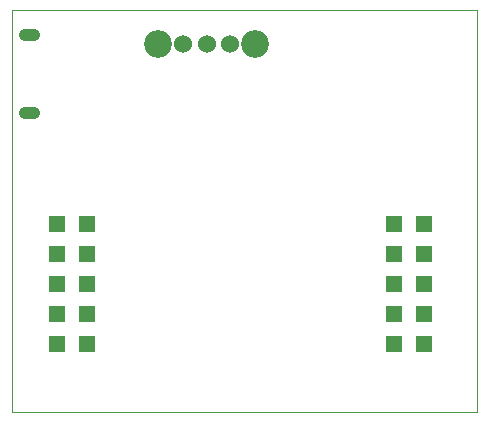
<source format=gbs>
G75*
%MOIN*%
%OFA0B0*%
%FSLAX25Y25*%
%IPPOS*%
%LPD*%
%AMOC8*
5,1,8,0,0,1.08239X$1,22.5*
%
%ADD10C,0.00000*%
%ADD11R,0.05715X0.05715*%
%ADD12C,0.03943*%
%ADD13C,0.06000*%
%ADD14C,0.09258*%
D10*
X0001500Y0001500D02*
X0001500Y0135500D01*
X0156500Y0135500D01*
X0156500Y0001500D01*
X0001500Y0001500D01*
D11*
X0016500Y0024000D03*
X0026500Y0024000D03*
X0026500Y0034000D03*
X0016500Y0034000D03*
X0016500Y0044000D03*
X0026500Y0044000D03*
X0026500Y0054000D03*
X0016500Y0054000D03*
X0016500Y0064000D03*
X0026500Y0064000D03*
X0129000Y0064000D03*
X0139000Y0064000D03*
X0139000Y0054000D03*
X0129000Y0054000D03*
X0129000Y0044000D03*
X0139000Y0044000D03*
X0139000Y0034000D03*
X0129000Y0034000D03*
X0129000Y0024000D03*
X0139000Y0024000D03*
D12*
X0008866Y0101008D02*
X0008866Y0101008D01*
X0006110Y0101008D01*
X0006110Y0101008D01*
X0008866Y0101008D01*
X0008866Y0126992D02*
X0008866Y0126992D01*
X0006110Y0126992D01*
X0006110Y0126992D01*
X0008866Y0126992D01*
D13*
X0058600Y0124000D03*
X0066500Y0124000D03*
X0074400Y0124000D03*
D14*
X0082650Y0124000D03*
X0050350Y0124000D03*
M02*

</source>
